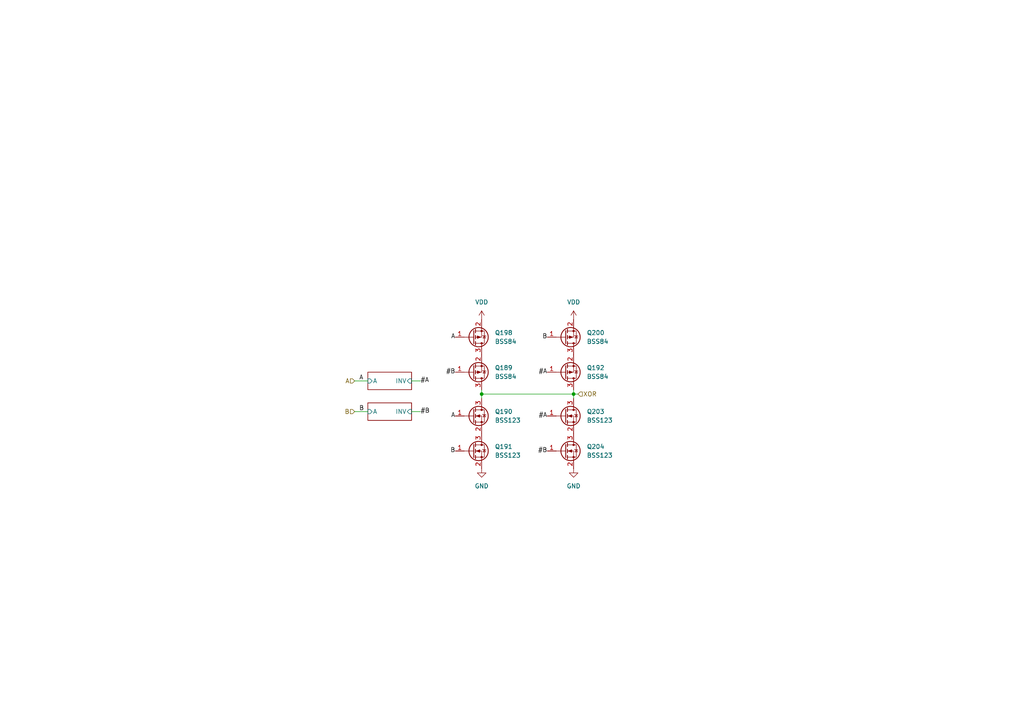
<source format=kicad_sch>
(kicad_sch (version 20250114) (generator "eeschema") (generator_version "9.0")
  (paper "A4")
  (lib_symbols
    (symbol "Transistor_FET:BSS123" (pin_names (hide yes))
      (property "Reference" "Q" (at 5.08 1.905 0))
      (property "Value" "BSS123" (at 5.08 0 0))
      (symbol "BSS123_0_1"
        (polyline (pts (xy 0.254 1.905) (xy 0.254 -1.905)) (stroke (width 0.254)))
        (polyline (pts (xy 0.254 0) (xy -2.54 0)))
        (polyline (pts (xy 0.762 2.286) (xy 0.762 1.27)) (stroke (width 0.254)))
        (polyline (pts (xy 0.762 0.508) (xy 0.762 -0.508)) (stroke (width 0.254)))
        (polyline (pts (xy 0.762 -1.27) (xy 0.762 -2.286)) (stroke (width 0.254)))
        (polyline (pts (xy 0.762 -1.778) (xy 3.302 -1.778) (xy 3.302 1.778) (xy 0.762 1.778)))
        (polyline (pts (xy 1.016 0) (xy 2.032 0.381) (xy 2.032 -0.381) (xy 1.016 0)) (fill (type outline)))
        (circle (center 1.651 0) (radius 2.794) (stroke (width 0.254)))
        (polyline (pts (xy 2.54 2.54) (xy 2.54 1.778)))
        (circle (center 2.54 1.778) (radius 0.254) (fill (type outline)))
        (circle (center 2.54 -1.778) (radius 0.254) (fill (type outline)))
        (polyline (pts (xy 2.54 -2.54) (xy 2.54 0) (xy 0.762 0)))
        (polyline (pts (xy 2.794 0.508) (xy 2.921 0.381) (xy 3.683 0.381) (xy 3.81 0.254)))
        (polyline (pts (xy 3.302 0.381) (xy 2.921 -0.254) (xy 3.683 -0.254) (xy 3.302 0.381)))
      )
      (symbol "BSS123_1_1"
        (pin input line (at -5.08 0 0) (length 2.54) (name "G") (number "1"))
        (pin passive line (at 2.54 5.08 270) (length 2.54) (name "D") (number "3"))
        (pin passive line (at 2.54 -5.08 90) (length 2.54) (name "S") (number "2"))
      )
    )
    (symbol "Transistor_FET:BSS84" (pin_names (hide yes))
      (property "Reference" "Q" (at 5.08 1.905 0))
      (property "Value" "BSS84" (at 5.08 0 0))
      (symbol "BSS84_0_1"
        (polyline (pts (xy 0.254 1.905) (xy 0.254 -1.905)) (stroke (width 0.254)))
        (polyline (pts (xy 0.254 0) (xy -2.54 0)))
        (polyline (pts (xy 0.762 2.286) (xy 0.762 1.27)) (stroke (width 0.254)))
        (polyline (pts (xy 0.762 1.778) (xy 3.302 1.778) (xy 3.302 -1.778) (xy 0.762 -1.778)))
        (polyline (pts (xy 0.762 0.508) (xy 0.762 -0.508)) (stroke (width 0.254)))
        (polyline (pts (xy 0.762 -1.27) (xy 0.762 -2.286)) (stroke (width 0.254)))
        (circle (center 1.651 0) (radius 2.794) (stroke (width 0.254)))
        (polyline (pts (xy 2.286 0) (xy 1.27 0.381) (xy 1.27 -0.381) (xy 2.286 0)) (fill (type outline)))
        (polyline (pts (xy 2.54 2.54) (xy 2.54 1.778)))
        (circle (center 2.54 1.778) (radius 0.254) (fill (type outline)))
        (circle (center 2.54 -1.778) (radius 0.254) (fill (type outline)))
        (polyline (pts (xy 2.54 -2.54) (xy 2.54 0) (xy 0.762 0)))
        (polyline (pts (xy 2.794 -0.508) (xy 2.921 -0.381) (xy 3.683 -0.381) (xy 3.81 -0.254)))
        (polyline (pts (xy 3.302 -0.381) (xy 2.921 0.254) (xy 3.683 0.254) (xy 3.302 -0.381)))
      )
      (symbol "BSS84_1_1"
        (pin input line (at -5.08 0 0) (length 2.54) (name "G") (number "1"))
        (pin passive line (at 2.54 5.08 270) (length 2.54) (name "D") (number "3"))
        (pin passive line (at 2.54 -5.08 90) (length 2.54) (name "S") (number "2"))
      )
    )
    (symbol "power:GND" (power) (pin_numbers (hide yes)) (pin_names (offset 0) (hide yes))
      (property "Value" "GND" (at 0 -3.81 0))
      (symbol "GND_0_1"
        (polyline (pts (xy 0 0) (xy 0 -1.27) (xy 1.27 -1.27) (xy 0 -2.54) (xy -1.27 -1.27) (xy 0 -1.27)))
      )
      (symbol "GND_1_1"
        (pin power_in line (at 0 0 270) (length 0) (name "~") (number "1"))
      )
    )
    (symbol "power:VDD" (power) (pin_numbers (hide yes)) (pin_names (offset 0) (hide yes))
      (property "Value" "VDD" (at 0 3.556 0))
      (symbol "VDD_0_1"
        (polyline (pts (xy -0.762 1.27) (xy 0 2.54)))
        (polyline (pts (xy 0 2.54) (xy 0.762 1.27)))
        (polyline (pts (xy 0 0) (xy 0 2.54)))
      )
      (symbol "VDD_1_1"
        (pin power_in line (at 0 0 90) (length 0) (name "~") (number "1"))
      )
    )
  )
  (junction (at 166.37 114.3))
  (junction (at 139.7 114.3))
  (wire (pts (xy 166.37 114.3) (xy 167.64 114.3)))
  (wire (pts (xy 166.37 113.03) (xy 166.37 114.3)))
  (wire (pts (xy 139.7 114.3) (xy 139.7 115.57)))
  (wire (pts (xy 102.87 119.38) (xy 106.68 119.38)))
  (wire (pts (xy 166.37 114.3) (xy 166.37 115.57)))
  (wire (pts (xy 139.7 114.3) (xy 166.37 114.3)))
  (wire (pts (xy 119.38 119.38) (xy 121.92 119.38)))
  (wire (pts (xy 119.38 110.49) (xy 121.92 110.49)))
  (wire (pts (xy 139.7 113.03) (xy 139.7 114.3)))
  (wire (pts (xy 102.87 110.49) (xy 106.68 110.49)))
  (label "#A" (at 158.75 120.65 180))
  (label "B" (at 158.75 97.79 180))
  (label "A" (at 132.08 97.79 180))
  (label "#A" (at 121.92 110.49 0))
  (label "B" (at 104.14 119.38 0))
  (label "A" (at 104.14 110.49 0))
  (label "#A" (at 158.75 107.95 180))
  (label "#B" (at 121.92 119.38 0))
  (label "A" (at 132.08 120.65 180))
  (label "B" (at 132.08 130.81 180))
  (label "#B" (at 132.08 107.95 180))
  (label "#B" (at 158.75 130.81 180))
  (hierarchical_label "B" (shape input) (at 102.87 119.38 180))
  (hierarchical_label "A" (shape input) (at 102.87 110.49 180))
  (hierarchical_label "XOR" (shape input) (at 167.64 114.3 0))
  (symbol (lib_id "power:GND") (at 166.37 135.89 0) (unit 1)
    (property "Reference" "#PWR0154" (effects (hide yes)))
    (property "Value" "GND" (at 166.37 140.97 0))
    (property "Description" "Power symbol creates a global label with name \"GND\" , ground" (effects (hide yes)))
    (instances (project "hera" (path "" (reference "#PWR0155") (unit 1)) (path "" (reference "#PWR0154") (unit 1)) (path "" (reference "#PWR0552") (unit 1)) (path "" (reference "#PWR0487") (unit 1)) (path "" (reference "#PWR0435") (unit 1)) (path "" (reference "#PWR0461") (unit 1)) (path "" (reference "#PWR0565") (unit 1)) (path "" (reference "#PWR0578") (unit 1)) (path "" (reference "#PWR0422") (unit 1)) (path "" (reference "#PWR0448") (unit 1)) (path "" (reference "#PWR0474") (unit 1)) (path "" (reference "#PWR0513") (unit 1)) (path "" (reference "#PWR0409") (unit 1)) (path "" (reference "#PWR0383") (unit 1)) (path "" (reference "#PWR0526") (unit 1)) (path "" (reference "#PWR0539") (unit 1)) (path "" (reference "#PWR0396") (unit 1)) (path "" (reference "#PWR0500") (unit 1))))
  )
  (symbol (lib_id "power:GND") (at 139.7 135.89 0) (unit 1)
    (property "Reference" "#PWR0141" (effects (hide yes)))
    (property "Value" "GND" (at 139.7 140.97 0))
    (property "Description" "Power symbol creates a global label with name \"GND\" , ground" (effects (hide yes)))
    (instances (project "hera" (path "" (reference "#PWR0147") (unit 1)) (path "" (reference "#PWR0141") (unit 1)) (path "" (reference "#PWR0550") (unit 1)) (path "" (reference "#PWR0485") (unit 1)) (path "" (reference "#PWR0433") (unit 1)) (path "" (reference "#PWR0459") (unit 1)) (path "" (reference "#PWR0563") (unit 1)) (path "" (reference "#PWR0576") (unit 1)) (path "" (reference "#PWR0420") (unit 1)) (path "" (reference "#PWR0446") (unit 1)) (path "" (reference "#PWR0472") (unit 1)) (path "" (reference "#PWR0511") (unit 1)) (path "" (reference "#PWR0407") (unit 1)) (path "" (reference "#PWR0381") (unit 1)) (path "" (reference "#PWR0524") (unit 1)) (path "" (reference "#PWR0537") (unit 1)) (path "" (reference "#PWR0394") (unit 1)) (path "" (reference "#PWR0498") (unit 1))))
  )
  (symbol (lib_id "Transistor_FET:BSS84") (at 163.83 107.95 0) (mirror x) (unit 1)
    (property "Reference" "Q184" (at 170.18 106.6799 0) (effects (justify left)))
    (property "Value" "BSS84" (at 170.18 109.2199 0) (effects (justify left)))
    (property "Footprint" "Package_TO_SOT_SMD:SOT-23" (effects (hide yes)))
    (property "Datasheet" "http://assets.nexperia.com/documents/data-sheet/BSS84.pdf" (effects (hide yes)))
    (property "Description" "-0.13A Id, -50V Vds, P-Channel MOSFET, SOT-23" (effects (hide yes)))
    (instances (project "hera" (path "" (reference "Q192") (unit 1)) (path "" (reference "Q184") (unit 1)) (path "" (reference "Q732") (unit 1)) (path "" (reference "Q642") (unit 1)) (path "" (reference "Q570") (unit 1)) (path "" (reference "Q606") (unit 1)) (path "" (reference "Q750") (unit 1)) (path "" (reference "Q768") (unit 1)) (path "" (reference "Q552") (unit 1)) (path "" (reference "Q588") (unit 1)) (path "" (reference "Q624") (unit 1)) (path "" (reference "Q678") (unit 1)) (path "" (reference "Q534") (unit 1)) (path "" (reference "Q498") (unit 1)) (path "" (reference "Q696") (unit 1)) (path "" (reference "Q714") (unit 1)) (path "" (reference "Q516") (unit 1)) (path "" (reference "Q660") (unit 1))))
  )
  (symbol (lib_id "Transistor_FET:BSS123") (at 137.16 120.65 0) (unit 1)
    (property "Reference" "Q182" (at 143.51 119.3799 0) (effects (justify left)))
    (property "Value" "BSS123" (at 143.51 121.9199 0) (effects (justify left)))
    (property "Footprint" "Package_TO_SOT_SMD:SOT-23" (effects (hide yes)))
    (property "Datasheet" "http://www.diodes.com/assets/Datasheets/ds30366.pdf" (effects (hide yes)))
    (property "Description" "0.17A Id, 100V Vds, N-Channel MOSFET, SOT-23" (effects (hide yes)))
    (instances (project "hera" (path "" (reference "Q190") (unit 1)) (path "" (reference "Q182") (unit 1)) (path "" (reference "Q729") (unit 1)) (path "" (reference "Q639") (unit 1)) (path "" (reference "Q567") (unit 1)) (path "" (reference "Q603") (unit 1)) (path "" (reference "Q747") (unit 1)) (path "" (reference "Q765") (unit 1)) (path "" (reference "Q549") (unit 1)) (path "" (reference "Q585") (unit 1)) (path "" (reference "Q621") (unit 1)) (path "" (reference "Q675") (unit 1)) (path "" (reference "Q531") (unit 1)) (path "" (reference "Q495") (unit 1)) (path "" (reference "Q693") (unit 1)) (path "" (reference "Q711") (unit 1)) (path "" (reference "Q513") (unit 1)) (path "" (reference "Q657") (unit 1))))
  )
  (symbol (lib_id "Transistor_FET:BSS123") (at 137.16 130.81 0) (unit 1)
    (property "Reference" "Q183" (at 143.51 129.5399 0) (effects (justify left)))
    (property "Value" "BSS123" (at 143.51 132.0799 0) (effects (justify left)))
    (property "Footprint" "Package_TO_SOT_SMD:SOT-23" (effects (hide yes)))
    (property "Datasheet" "http://www.diodes.com/assets/Datasheets/ds30366.pdf" (effects (hide yes)))
    (property "Description" "0.17A Id, 100V Vds, N-Channel MOSFET, SOT-23" (effects (hide yes)))
    (instances (project "hera" (path "" (reference "Q191") (unit 1)) (path "" (reference "Q183") (unit 1)) (path "" (reference "Q730") (unit 1)) (path "" (reference "Q640") (unit 1)) (path "" (reference "Q568") (unit 1)) (path "" (reference "Q604") (unit 1)) (path "" (reference "Q748") (unit 1)) (path "" (reference "Q766") (unit 1)) (path "" (reference "Q550") (unit 1)) (path "" (reference "Q586") (unit 1)) (path "" (reference "Q622") (unit 1)) (path "" (reference "Q676") (unit 1)) (path "" (reference "Q532") (unit 1)) (path "" (reference "Q496") (unit 1)) (path "" (reference "Q694") (unit 1)) (path "" (reference "Q712") (unit 1)) (path "" (reference "Q514") (unit 1)) (path "" (reference "Q658") (unit 1))))
  )
  (symbol (lib_id "Transistor_FET:BSS84") (at 163.83 97.79 0) (mirror x) (unit 1)
    (property "Reference" "Q199" (at 170.18 96.5199 0) (effects (justify left)))
    (property "Value" "BSS84" (at 170.18 99.0599 0) (effects (justify left)))
    (property "Footprint" "Package_TO_SOT_SMD:SOT-23" (effects (hide yes)))
    (property "Datasheet" "http://assets.nexperia.com/documents/data-sheet/BSS84.pdf" (effects (hide yes)))
    (property "Description" "-0.13A Id, -50V Vds, P-Channel MOSFET, SOT-23" (effects (hide yes)))
    (instances (project "hera" (path "" (reference "Q200") (unit 1)) (path "" (reference "Q199") (unit 1)) (path "" (reference "Q731") (unit 1)) (path "" (reference "Q641") (unit 1)) (path "" (reference "Q569") (unit 1)) (path "" (reference "Q605") (unit 1)) (path "" (reference "Q749") (unit 1)) (path "" (reference "Q767") (unit 1)) (path "" (reference "Q551") (unit 1)) (path "" (reference "Q587") (unit 1)) (path "" (reference "Q623") (unit 1)) (path "" (reference "Q677") (unit 1)) (path "" (reference "Q533") (unit 1)) (path "" (reference "Q497") (unit 1)) (path "" (reference "Q695") (unit 1)) (path "" (reference "Q713") (unit 1)) (path "" (reference "Q515") (unit 1)) (path "" (reference "Q659") (unit 1))))
  )
  (symbol (lib_id "power:VDD") (at 139.7 92.71 0) (unit 1)
    (property "Reference" "#PWR0140" (effects (hide yes)))
    (property "Value" "VDD" (at 139.7 87.63 0))
    (property "Description" "Power symbol creates a global label with name \"VDD\"" (effects (hide yes)))
    (instances (project "hera" (path "" (reference "#PWR0146") (unit 1)) (path "" (reference "#PWR0140") (unit 1)) (path "" (reference "#PWR0549") (unit 1)) (path "" (reference "#PWR0484") (unit 1)) (path "" (reference "#PWR0432") (unit 1)) (path "" (reference "#PWR0458") (unit 1)) (path "" (reference "#PWR0562") (unit 1)) (path "" (reference "#PWR0575") (unit 1)) (path "" (reference "#PWR0419") (unit 1)) (path "" (reference "#PWR0445") (unit 1)) (path "" (reference "#PWR0471") (unit 1)) (path "" (reference "#PWR0510") (unit 1)) (path "" (reference "#PWR0406") (unit 1)) (path "" (reference "#PWR0380") (unit 1)) (path "" (reference "#PWR0523") (unit 1)) (path "" (reference "#PWR0536") (unit 1)) (path "" (reference "#PWR0393") (unit 1)) (path "" (reference "#PWR0497") (unit 1))))
  )
  (symbol (lib_id "Transistor_FET:BSS123") (at 163.83 130.81 0) (unit 1)
    (property "Reference" "Q202" (at 170.18 129.5399 0) (effects (justify left)))
    (property "Value" "BSS123" (at 170.18 132.0799 0) (effects (justify left)))
    (property "Footprint" "Package_TO_SOT_SMD:SOT-23" (effects (hide yes)))
    (property "Datasheet" "http://www.diodes.com/assets/Datasheets/ds30366.pdf" (effects (hide yes)))
    (property "Description" "0.17A Id, 100V Vds, N-Channel MOSFET, SOT-23" (effects (hide yes)))
    (instances (project "hera" (path "" (reference "Q204") (unit 1)) (path "" (reference "Q202") (unit 1)) (path "" (reference "Q734") (unit 1)) (path "" (reference "Q644") (unit 1)) (path "" (reference "Q572") (unit 1)) (path "" (reference "Q608") (unit 1)) (path "" (reference "Q752") (unit 1)) (path "" (reference "Q770") (unit 1)) (path "" (reference "Q554") (unit 1)) (path "" (reference "Q590") (unit 1)) (path "" (reference "Q626") (unit 1)) (path "" (reference "Q680") (unit 1)) (path "" (reference "Q536") (unit 1)) (path "" (reference "Q500") (unit 1)) (path "" (reference "Q698") (unit 1)) (path "" (reference "Q716") (unit 1)) (path "" (reference "Q518") (unit 1)) (path "" (reference "Q662") (unit 1))))
  )
  (symbol (lib_id "Transistor_FET:BSS123") (at 163.83 120.65 0) (unit 1)
    (property "Reference" "Q201" (at 170.18 119.3799 0) (effects (justify left)))
    (property "Value" "BSS123" (at 170.18 121.9199 0) (effects (justify left)))
    (property "Footprint" "Package_TO_SOT_SMD:SOT-23" (effects (hide yes)))
    (property "Datasheet" "http://www.diodes.com/assets/Datasheets/ds30366.pdf" (effects (hide yes)))
    (property "Description" "0.17A Id, 100V Vds, N-Channel MOSFET, SOT-23" (effects (hide yes)))
    (instances (project "hera" (path "" (reference "Q203") (unit 1)) (path "" (reference "Q201") (unit 1)) (path "" (reference "Q733") (unit 1)) (path "" (reference "Q643") (unit 1)) (path "" (reference "Q571") (unit 1)) (path "" (reference "Q607") (unit 1)) (path "" (reference "Q751") (unit 1)) (path "" (reference "Q769") (unit 1)) (path "" (reference "Q553") (unit 1)) (path "" (reference "Q589") (unit 1)) (path "" (reference "Q625") (unit 1)) (path "" (reference "Q679") (unit 1)) (path "" (reference "Q535") (unit 1)) (path "" (reference "Q499") (unit 1)) (path "" (reference "Q697") (unit 1)) (path "" (reference "Q715") (unit 1)) (path "" (reference "Q517") (unit 1)) (path "" (reference "Q661") (unit 1))))
  )
  (symbol (lib_id "Transistor_FET:BSS84") (at 137.16 107.95 0) (mirror x) (unit 1)
    (property "Reference" "Q181" (at 143.51 106.6799 0) (effects (justify left)))
    (property "Value" "BSS84" (at 143.51 109.2199 0) (effects (justify left)))
    (property "Footprint" "Package_TO_SOT_SMD:SOT-23" (effects (hide yes)))
    (property "Datasheet" "http://assets.nexperia.com/documents/data-sheet/BSS84.pdf" (effects (hide yes)))
    (property "Description" "-0.13A Id, -50V Vds, P-Channel MOSFET, SOT-23" (effects (hide yes)))
    (instances (project "hera" (path "" (reference "Q189") (unit 1)) (path "" (reference "Q181") (unit 1)) (path "" (reference "Q728") (unit 1)) (path "" (reference "Q638") (unit 1)) (path "" (reference "Q566") (unit 1)) (path "" (reference "Q602") (unit 1)) (path "" (reference "Q746") (unit 1)) (path "" (reference "Q764") (unit 1)) (path "" (reference "Q548") (unit 1)) (path "" (reference "Q584") (unit 1)) (path "" (reference "Q620") (unit 1)) (path "" (reference "Q674") (unit 1)) (path "" (reference "Q530") (unit 1)) (path "" (reference "Q494") (unit 1)) (path "" (reference "Q692") (unit 1)) (path "" (reference "Q710") (unit 1)) (path "" (reference "Q512") (unit 1)) (path "" (reference "Q656") (unit 1))))
  )
  (symbol (lib_id "power:VDD") (at 166.37 92.71 0) (unit 1)
    (property "Reference" "#PWR0142" (effects (hide yes)))
    (property "Value" "VDD" (at 166.37 87.63 0))
    (property "Description" "Power symbol creates a global label with name \"VDD\"" (effects (hide yes)))
    (instances (project "hera" (path "" (reference "#PWR0148") (unit 1)) (path "" (reference "#PWR0142") (unit 1)) (path "" (reference "#PWR0551") (unit 1)) (path "" (reference "#PWR0486") (unit 1)) (path "" (reference "#PWR0434") (unit 1)) (path "" (reference "#PWR0460") (unit 1)) (path "" (reference "#PWR0564") (unit 1)) (path "" (reference "#PWR0577") (unit 1)) (path "" (reference "#PWR0421") (unit 1)) (path "" (reference "#PWR0447") (unit 1)) (path "" (reference "#PWR0473") (unit 1)) (path "" (reference "#PWR0512") (unit 1)) (path "" (reference "#PWR0408") (unit 1)) (path "" (reference "#PWR0382") (unit 1)) (path "" (reference "#PWR0525") (unit 1)) (path "" (reference "#PWR0538") (unit 1)) (path "" (reference "#PWR0395") (unit 1)) (path "" (reference "#PWR0499") (unit 1))))
  )
  (symbol (lib_id "Transistor_FET:BSS84") (at 137.16 97.79 0) (mirror x) (unit 1)
    (property "Reference" "Q197" (at 143.51 96.5199 0) (effects (justify left)))
    (property "Value" "BSS84" (at 143.51 99.0599 0) (effects (justify left)))
    (property "Footprint" "Package_TO_SOT_SMD:SOT-23" (effects (hide yes)))
    (property "Datasheet" "http://assets.nexperia.com/documents/data-sheet/BSS84.pdf" (effects (hide yes)))
    (property "Description" "-0.13A Id, -50V Vds, P-Channel MOSFET, SOT-23" (effects (hide yes)))
    (instances (project "hera" (path "" (reference "Q198") (unit 1)) (path "" (reference "Q197") (unit 1)) (path "" (reference "Q727") (unit 1)) (path "" (reference "Q637") (unit 1)) (path "" (reference "Q565") (unit 1)) (path "" (reference "Q601") (unit 1)) (path "" (reference "Q745") (unit 1)) (path "" (reference "Q763") (unit 1)) (path "" (reference "Q547") (unit 1)) (path "" (reference "Q583") (unit 1)) (path "" (reference "Q619") (unit 1)) (path "" (reference "Q673") (unit 1)) (path "" (reference "Q529") (unit 1)) (path "" (reference "Q493") (unit 1)) (path "" (reference "Q691") (unit 1)) (path "" (reference "Q709") (unit 1)) (path "" (reference "Q511") (unit 1)) (path "" (reference "Q655") (unit 1))))
  )
  (sheet (at 106.68 116.84) (size 12.7 5.08) (stroke (width 0.1524))
    (property "Sheetname" "gate_inv_1_2" (effects (hide yes)))
    (property "Sheetfile" "gate_inv_1.kicad_sch" (effects (hide yes)))
    (pin "A" input (at 106.68 119.38 180))
    (pin "INV" input (at 119.38 119.38 0))
  )
  (sheet (at 106.68 107.95) (size 12.7 5.08) (stroke (width 0.1524))
    (property "Sheetname" "gate_inv_1_1" (effects (hide yes)))
    (property "Sheetfile" "gate_inv_1.kicad_sch" (effects (hide yes)))
    (pin "A" input (at 106.68 110.49 180))
    (pin "INV" input (at 119.38 110.49 0))
  )
)
</source>
